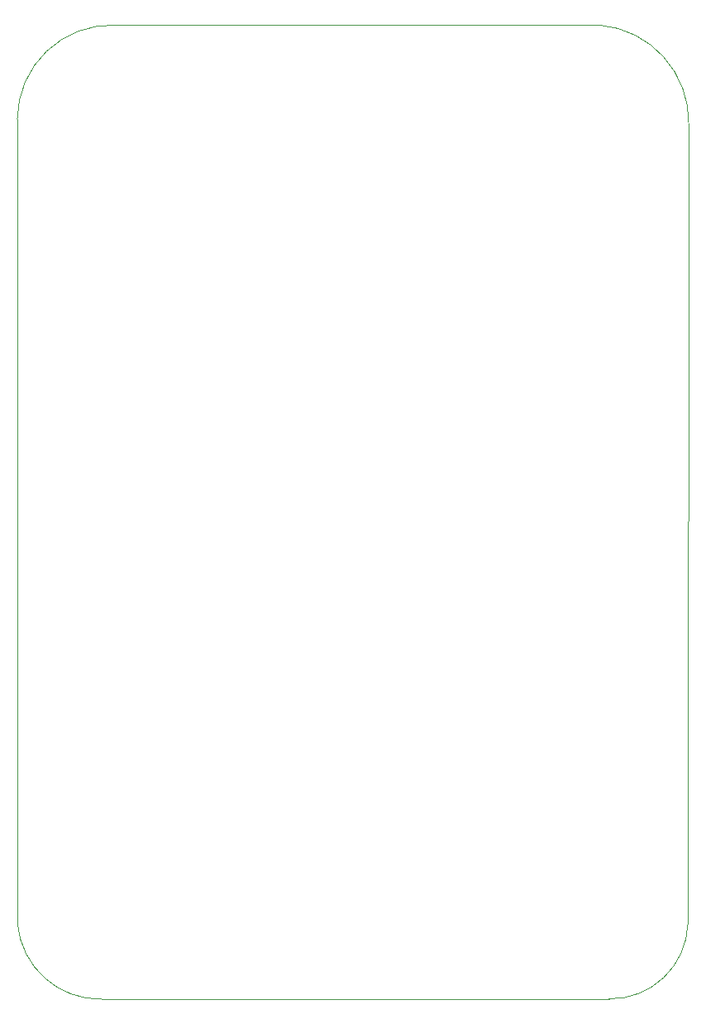
<source format=gbr>
%TF.GenerationSoftware,KiCad,Pcbnew,(6.0.11)*%
%TF.CreationDate,2023-03-28T17:23:35-03:00*%
%TF.ProjectId,singledaq,73696e67-6c65-4646-9171-2e6b69636164,rev?*%
%TF.SameCoordinates,Original*%
%TF.FileFunction,Profile,NP*%
%FSLAX46Y46*%
G04 Gerber Fmt 4.6, Leading zero omitted, Abs format (unit mm)*
G04 Created by KiCad (PCBNEW (6.0.11)) date 2023-03-28 17:23:35*
%MOMM*%
%LPD*%
G01*
G04 APERTURE LIST*
%TA.AperFunction,Profile*%
%ADD10C,0.100000*%
%TD*%
G04 APERTURE END LIST*
D10*
X171747487Y-48840307D02*
G75*
G03*
X162580000Y-38667500I-9966928J235208D01*
G01*
X102999524Y-130570043D02*
G75*
G03*
X111660000Y-138290000I8447942J759384D01*
G01*
X163589989Y-138260656D02*
G75*
G03*
X171662512Y-130589693I130422J7945784D01*
G01*
X162580000Y-38667500D02*
X113120000Y-38672500D01*
X113120000Y-38672500D02*
G75*
G03*
X102980000Y-48290000I-458879J-9670384D01*
G01*
X102980000Y-48290000D02*
X103000000Y-130570000D01*
X171662512Y-130589693D02*
X171747488Y-48840307D01*
X111660000Y-138290000D02*
X163600000Y-138270000D01*
M02*

</source>
